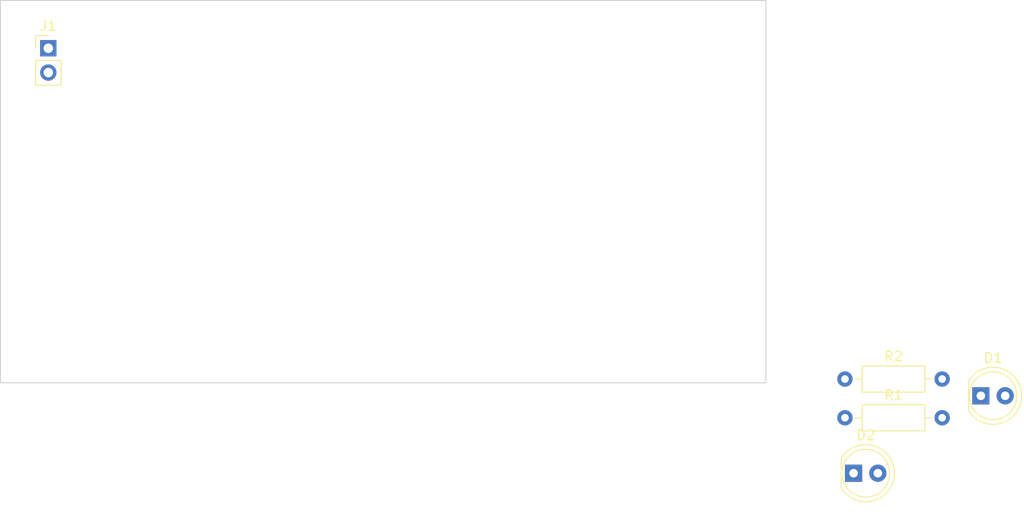
<source format=kicad_pcb>
(kicad_pcb (version 20211014) (generator pcbnew)
  (title_block (title "Demo") (date "2021-11-23") (rev "1.0") (company "INSA") (comment 1 "Victor Grau") (comment 2 "Opérateur CAO"))
  (layers (0 "F.Cu" signal) (31 "B.Cu" signal) (34 "B.Paste" user) (35 "F.Paste" user) (36 "B.SilkS" user "B.Silkscreen") (37 "F.SilkS" user "F.Silkscreen") (38 "B.Mask" user) (39 "F.Mask" user) (44 "Edge.Cuts" user))
  (net 0 "")
  (net 1 "GND")
  (net 2 "Net-(D1-Pad2)")
  (net 3 "Net-(D2-Pad2)")
  (net 4 "+5V")
  (footprint "LED_THT:LED_D5.0mm" (layer "F.Cu") (at 144.17 94.46)
    (fp_text reference "D2" (at 1.27 -3.96) (layer "F.SilkS"))
    (fp_text value "LED")
    (fp_line (start -1.29 -1.545) (end -1.29 1.545) (layer "F.SilkS") (width 0.12))
    (fp_arc (start 4.26 -0.000462) (mid 2.072002 2.880433) (end -1.29 1.54483) (layer "F.SilkS") (width 0.12))
    (fp_arc (start -1.29 -1.54483) (mid 2.072002 -2.880433) (end 4.26 0.000462) (layer "F.SilkS") (width 0.12))
    (fp_circle (center 1.27 0) (end 3.77 0) (layer "F.SilkS") (width 0.12) (fill none))
    (pad "1" thru_hole rect locked (at 0 0) (size 1.8 1.8) (drill 0.9) (layers *.Cu *.Mask) (net 1 "GND"))
    (pad "2" thru_hole circle locked (at 2.54 0) (size 1.8 1.8) (drill 0.9) (layers *.Cu *.Mask) (net 3 "Net-(D2-Pad2)"))
  )
  (footprint "Resistor_THT:R_Axial_DIN0207_L6.3mm_D2.5mm_P10.16mm_Horizontal" (layer "F.Cu") (at 143.27 88.66)
    (fp_text reference "R1" (at 5.08 -2.37) (layer "F.SilkS"))
    (fp_text value "470")
    (fp_line (start 9.12 0) (end 8.35 0) (layer "F.SilkS") (width 0.12))
    (fp_line (start 1.04 0) (end 1.81 0) (layer "F.SilkS") (width 0.12))
    (fp_line (start 1.81 1.37) (end 8.35 1.37) (layer "F.SilkS") (width 0.12))
    (fp_line (start 1.81 -1.37) (end 1.81 1.37) (layer "F.SilkS") (width 0.12))
    (fp_line (start 8.35 -1.37) (end 1.81 -1.37) (layer "F.SilkS") (width 0.12))
    (fp_line (start 8.35 1.37) (end 8.35 -1.37) (layer "F.SilkS") (width 0.12))
    (pad "1" thru_hole circle locked (at 0 0) (size 1.6 1.6) (drill 0.8) (layers *.Cu *.Mask) (net 4 "+5V"))
    (pad "2" thru_hole oval locked (at 10.16 0) (size 1.6 1.6) (drill 0.8) (layers *.Cu *.Mask) (net 2 "Net-(D1-Pad2)"))
  )
  (footprint "LED_THT:LED_D5.0mm" (layer "F.Cu") (at 157.48 86.36)
    (fp_text reference "D1" (at 1.27 -3.96) (layer "F.SilkS"))
    (fp_text value "LED")
    (fp_line (start -1.29 -1.545) (end -1.29 1.545) (layer "F.SilkS") (width 0.12))
    (fp_arc (start 4.26 -0.000462) (mid 2.072002 2.880433) (end -1.29 1.54483) (layer "F.SilkS") (width 0.12))
    (fp_arc (start -1.29 -1.54483) (mid 2.072002 -2.880433) (end 4.26 0.000462) (layer "F.SilkS") (width 0.12))
    (fp_circle (center 1.27 0) (end 3.77 0) (layer "F.SilkS") (width 0.12) (fill none))
    (pad "1" thru_hole rect locked (at 0 0) (size 1.8 1.8) (drill 0.9) (layers *.Cu *.Mask) (net 1 "GND"))
    (pad "2" thru_hole circle locked (at 2.54 0) (size 1.8 1.8) (drill 0.9) (layers *.Cu *.Mask) (net 2 "Net-(D1-Pad2)"))
  )
  (footprint "Resistor_THT:R_Axial_DIN0207_L6.3mm_D2.5mm_P10.16mm_Horizontal" (layer "F.Cu") (at 143.27 84.61)
    (fp_text reference "R2" (at 5.08 -2.37) (layer "F.SilkS"))
    (fp_text value "470")
    (fp_line (start 9.12 0) (end 8.35 0) (layer "F.SilkS") (width 0.12))
    (fp_line (start 1.81 -1.37) (end 1.81 1.37) (layer "F.SilkS") (width 0.12))
    (fp_line (start 8.35 -1.37) (end 1.81 -1.37) (layer "F.SilkS") (width 0.12))
    (fp_line (start 1.04 0) (end 1.81 0) (layer "F.SilkS") (width 0.12))
    (fp_line (start 1.81 1.37) (end 8.35 1.37) (layer "F.SilkS") (width 0.12))
    (fp_line (start 8.35 1.37) (end 8.35 -1.37) (layer "F.SilkS") (width 0.12))
    (pad "1" thru_hole circle locked (at 0 0) (size 1.6 1.6) (drill 0.8) (layers *.Cu *.Mask) (net 4 "+5V"))
    (pad "2" thru_hole oval locked (at 10.16 0) (size 1.6 1.6) (drill 0.8) (layers *.Cu *.Mask) (net 3 "Net-(D2-Pad2)"))
  )
  (footprint "Connector_PinHeader_2.54mm:PinHeader_1x02_P2.54mm_Vertical" (layer "F.Cu") (at 60 50)
    (fp_text reference "J1" (at 0 -2.33) (layer "F.SilkS"))
    (fp_text value "Alim")
    (fp_line (start -1.33 -1.33) (end 0 -1.33) (layer "F.SilkS") (width 0.12))
    (fp_line (start -1.33 0) (end -1.33 -1.33) (layer "F.SilkS") (width 0.12))
    (fp_line (start 1.33 1.27) (end 1.33 3.87) (layer "F.SilkS") (width 0.12))
    (fp_line (start -1.33 3.87) (end 1.33 3.87) (layer "F.SilkS") (width 0.12))
    (fp_line (start -1.33 1.27) (end -1.33 3.87) (layer "F.SilkS") (width 0.12))
    (fp_line (start -1.33 1.27) (end 1.33 1.27) (layer "F.SilkS") (width 0.12))
    (pad "1" thru_hole rect locked (at 0 0) (size 1.7 1.7) (drill 1) (layers *.Cu *.Mask) (net 4 "+5V"))
    (pad "2" thru_hole oval locked (at 0 2.54) (size 1.7 1.7) (drill 1) (layers *.Cu *.Mask) (net 1 "GND"))
  )
  (gr_rect (start 55 45) (end 135 85) (layer "Edge.Cuts") (width 0.1) (fill none))
)
</source>
